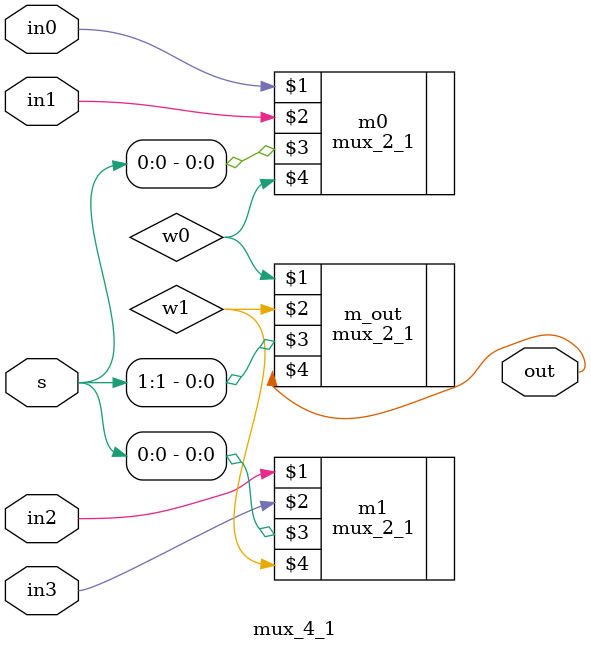
<source format=v>
module mux_4_1(in0, in1, in2, in3, s, out);

	input in0;
	input in1;
	input in2;
	input in3;
	input [1:0] s;
	output out;

	wire w0;
	wire w1;
	mux_2_1 m0(in0, in1, s[0], w0);
	mux_2_1 m1(in2, in3, s[0], w1);
	mux_2_1 m_out(w0, w1, s[1], out);

endmodule

</source>
